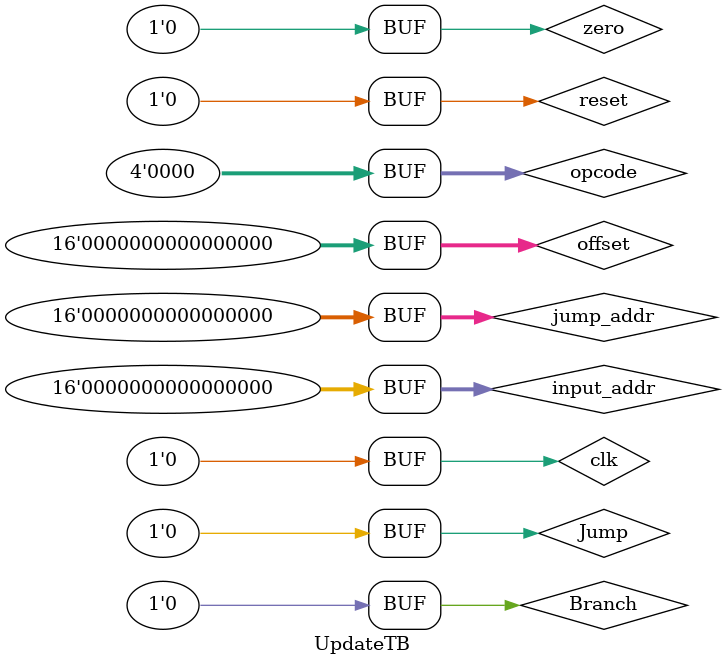
<source format=v>
`timescale 1ns / 1ps


module UpdateTB;

    reg  clk;
    reg  reset;
    reg  [15:0] input_addr;
    reg  Jump;
    reg  Branch;
    reg  zero;
    reg  [15:0] offset;
    reg  [15:0] jump_addr;
    reg  [3:0] opcode;
    
    wire [15:0] current_addr;
    wire [15:0] output_addr;
    
    testingUpdater dut(
        .clk(clk),
        .reset(reset),
        .input_addr(input_addr),
        .Jump(Jump),
        .Branch(Branch),
        .zero(zero),
        .offset(offset),
        .jump_addr(jump_addr),
        .opcode(opcode),
        .current_addr(current_addr),
        .output_addr(output_addr)
    );

    always begin
        clk = 1;
        #1 ;
        clk = 0; 
        #1;
    end 
    
    initial begin
    
        reset = 0;
        input_addr = 16'h0000;
        Jump = 0;
        Branch = 0;
        zero = 0;
        offset = 16'h0000;
        jump_addr = 16'h0000;
        opcode = 4'b0000;
        #1;
    
    end
    
endmodule

</source>
